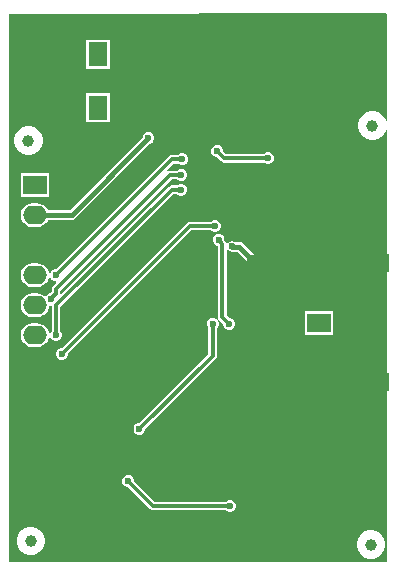
<source format=gbl>
G04*
G04 #@! TF.GenerationSoftware,Altium Limited,Altium Designer,21.6.4 (81)*
G04*
G04 Layer_Physical_Order=2*
G04 Layer_Color=16711680*
%FSLAX25Y25*%
%MOIN*%
G70*
G04*
G04 #@! TF.SameCoordinates,35DD912C-F110-465F-AF13-46C66D0AF481*
G04*
G04*
G04 #@! TF.FilePolarity,Positive*
G04*
G01*
G75*
%ADD10C,0.01181*%
%ADD36C,0.01575*%
G04:AMPARAMS|DCode=37|XSize=78.74mil|YSize=47.24mil|CornerRadius=11.81mil|HoleSize=0mil|Usage=FLASHONLY|Rotation=0.000|XOffset=0mil|YOffset=0mil|HoleType=Round|Shape=RoundedRectangle|*
%AMROUNDEDRECTD37*
21,1,0.07874,0.02362,0,0,0.0*
21,1,0.05512,0.04724,0,0,0.0*
1,1,0.02362,0.02756,-0.01181*
1,1,0.02362,-0.02756,-0.01181*
1,1,0.02362,-0.02756,0.01181*
1,1,0.02362,0.02756,0.01181*
%
%ADD37ROUNDEDRECTD37*%
%ADD38R,0.06299X0.07874*%
%ADD39R,0.07874X0.06299*%
%ADD40O,0.07874X0.06299*%
%ADD41C,0.03937*%
%ADD42C,0.02362*%
G36*
X127165Y183898D02*
Y148204D01*
X126665Y148138D01*
X126548Y148575D01*
X125926Y149653D01*
X125047Y150532D01*
X123969Y151154D01*
X122768Y151476D01*
X121524D01*
X120322Y151154D01*
X119245Y150532D01*
X118365Y149653D01*
X117743Y148575D01*
X117421Y147374D01*
Y146130D01*
X117743Y144928D01*
X118365Y143851D01*
X119245Y142972D01*
X120322Y142350D01*
X121524Y142028D01*
X122768D01*
X123969Y142350D01*
X125047Y142972D01*
X125926Y143851D01*
X126548Y144928D01*
X126665Y145366D01*
X127165Y145300D01*
Y1181D01*
X1181D01*
Y183858D01*
X126811Y184251D01*
X127165Y183898D01*
D02*
G37*
%LPC*%
G36*
X34646Y175197D02*
X26772D01*
Y165748D01*
X34646D01*
Y175197D01*
D02*
G37*
G36*
Y157480D02*
X26772D01*
Y148031D01*
X34646D01*
Y157480D01*
D02*
G37*
G36*
X8102Y146457D02*
X6858D01*
X5657Y146135D01*
X4579Y145513D01*
X3700Y144633D01*
X3078Y143556D01*
X2756Y142354D01*
Y141110D01*
X3078Y139909D01*
X3700Y138831D01*
X4579Y137952D01*
X5657Y137330D01*
X6858Y137008D01*
X8102D01*
X9304Y137330D01*
X10381Y137952D01*
X11261Y138831D01*
X11883Y139909D01*
X12205Y141110D01*
Y142354D01*
X11883Y143556D01*
X11261Y144633D01*
X10381Y145513D01*
X9304Y146135D01*
X8102Y146457D01*
D02*
G37*
G36*
X70864Y140157D02*
X70081D01*
X69357Y139858D01*
X68804Y139304D01*
X68504Y138581D01*
Y137797D01*
X68804Y137074D01*
X69357Y136520D01*
X70081Y136221D01*
X70454D01*
X71841Y134833D01*
X72297Y134529D01*
X72835Y134422D01*
X86023D01*
X86286Y134158D01*
X87010Y133858D01*
X87793D01*
X88517Y134158D01*
X89070Y134712D01*
X89370Y135435D01*
Y136218D01*
X89070Y136942D01*
X88517Y137496D01*
X87793Y137795D01*
X87010D01*
X86286Y137496D01*
X86023Y137232D01*
X73417D01*
X72441Y138207D01*
Y138581D01*
X72141Y139304D01*
X71588Y139858D01*
X70864Y140157D01*
D02*
G37*
G36*
X59151Y137441D02*
X58368D01*
X57645Y137141D01*
X57381Y136877D01*
X55256D01*
X54718Y136770D01*
X54263Y136466D01*
X16615Y98819D01*
X16242D01*
X15519Y98519D01*
X14965Y97966D01*
X14817Y97607D01*
X14303Y97675D01*
X14269Y97937D01*
X13872Y98895D01*
X13241Y99717D01*
X12419Y100348D01*
X11461Y100745D01*
X10433Y100880D01*
X8858D01*
X7830Y100745D01*
X6873Y100348D01*
X6050Y99717D01*
X5419Y98895D01*
X5023Y97937D01*
X4887Y96909D01*
X5023Y95882D01*
X5419Y94924D01*
X6050Y94102D01*
X6873Y93471D01*
X7830Y93074D01*
X8858Y92939D01*
X10433D01*
X11461Y93074D01*
X12419Y93471D01*
X13241Y94102D01*
X13872Y94924D01*
X14269Y95882D01*
X14291Y96055D01*
X14805Y96122D01*
X14965Y95735D01*
X15519Y95182D01*
X16242Y94882D01*
X16597D01*
X16804Y94382D01*
X15636Y93213D01*
X15331Y92758D01*
X15225Y92220D01*
Y91327D01*
X14683Y90786D01*
X14630D01*
X13906Y90486D01*
X13513Y90093D01*
X13352Y89933D01*
X12847Y90020D01*
X12419Y90348D01*
X11461Y90745D01*
X10433Y90880D01*
X8858D01*
X7830Y90745D01*
X6873Y90348D01*
X6050Y89717D01*
X5419Y88895D01*
X5023Y87937D01*
X4887Y86910D01*
X5023Y85882D01*
X5419Y84924D01*
X6050Y84101D01*
X6873Y83470D01*
X7830Y83074D01*
X8858Y82938D01*
X10433D01*
X11461Y83074D01*
X12419Y83470D01*
X13241Y84101D01*
X13872Y84924D01*
X14269Y85882D01*
X14341Y86427D01*
X14630Y86849D01*
X14827Y86849D01*
X15327Y86755D01*
Y78347D01*
X15064Y78084D01*
X14829Y77516D01*
X14315Y77584D01*
X14269Y77937D01*
X13872Y78895D01*
X13241Y79717D01*
X12419Y80348D01*
X11461Y80745D01*
X10433Y80880D01*
X8858D01*
X7830Y80745D01*
X6873Y80348D01*
X6050Y79717D01*
X5419Y78895D01*
X5023Y77937D01*
X4887Y76910D01*
X5023Y75882D01*
X5419Y74924D01*
X6050Y74102D01*
X6873Y73470D01*
X7830Y73074D01*
X8858Y72939D01*
X10433D01*
X11461Y73074D01*
X12419Y73470D01*
X13241Y74102D01*
X13872Y74924D01*
X14269Y75882D01*
X14327Y76325D01*
X14840Y76392D01*
X15064Y75853D01*
X15617Y75300D01*
X16341Y75000D01*
X17124D01*
X17847Y75300D01*
X18401Y75853D01*
X18701Y76577D01*
Y77360D01*
X18401Y78084D01*
X18137Y78347D01*
Y86327D01*
X55799Y123989D01*
X56987D01*
X57251Y123725D01*
X57975Y123425D01*
X58758D01*
X59481Y123725D01*
X60035Y124279D01*
X60335Y125002D01*
Y125785D01*
X60035Y126509D01*
X59481Y127062D01*
X58758Y127362D01*
X57975D01*
X57251Y127062D01*
X56987Y126799D01*
X55216D01*
X54679Y126692D01*
X54223Y126387D01*
X18518Y90682D01*
X18452Y90691D01*
X18034Y90906D01*
Y91638D01*
X55306Y128910D01*
X57086D01*
X57349Y128646D01*
X58073Y128347D01*
X58856D01*
X59580Y128646D01*
X60133Y129200D01*
X60433Y129923D01*
Y130707D01*
X60133Y131430D01*
X59580Y131984D01*
X58856Y132283D01*
X58073D01*
X57349Y131984D01*
X57086Y131720D01*
X54724D01*
X54187Y131613D01*
X53896Y131419D01*
X53578Y131807D01*
X55838Y134067D01*
X57381D01*
X57645Y133804D01*
X58368Y133504D01*
X59151D01*
X59875Y133804D01*
X60429Y134357D01*
X60728Y135081D01*
Y135864D01*
X60429Y136588D01*
X59875Y137141D01*
X59151Y137441D01*
D02*
G37*
G36*
X14370Y130847D02*
X4921D01*
Y122973D01*
X14370D01*
Y130847D01*
D02*
G37*
G36*
X47905Y144478D02*
X47122D01*
X46398Y144178D01*
X45845Y143625D01*
X45545Y142901D01*
Y142812D01*
X21248Y118515D01*
X14029D01*
X13872Y118895D01*
X13241Y119717D01*
X12419Y120348D01*
X11461Y120745D01*
X10433Y120880D01*
X8858D01*
X7830Y120745D01*
X6873Y120348D01*
X6050Y119717D01*
X5419Y118895D01*
X5023Y117937D01*
X4887Y116909D01*
X5023Y115882D01*
X5419Y114924D01*
X6050Y114102D01*
X6873Y113470D01*
X7830Y113074D01*
X8858Y112938D01*
X10433D01*
X11461Y113074D01*
X12419Y113470D01*
X13241Y114102D01*
X13872Y114924D01*
X14029Y115304D01*
X21913D01*
X21913Y115304D01*
X22528Y115426D01*
X23049Y115774D01*
X47816Y140541D01*
X47905D01*
X48629Y140841D01*
X49182Y141395D01*
X49482Y142118D01*
Y142901D01*
X49182Y143625D01*
X48629Y144178D01*
X47905Y144478D01*
D02*
G37*
G36*
X70077Y115157D02*
X69293D01*
X68570Y114858D01*
X68306Y114594D01*
X61221D01*
X60683Y114487D01*
X60227Y114182D01*
X18584Y72539D01*
X18211D01*
X17487Y72240D01*
X16933Y71686D01*
X16634Y70962D01*
Y70179D01*
X16933Y69456D01*
X17487Y68902D01*
X18211Y68602D01*
X18994D01*
X19717Y68902D01*
X20271Y69456D01*
X20571Y70179D01*
Y70552D01*
X61802Y111784D01*
X68306D01*
X68570Y111520D01*
X69293Y111221D01*
X70077D01*
X70800Y111520D01*
X71354Y112074D01*
X71653Y112797D01*
Y113581D01*
X71354Y114304D01*
X70800Y114858D01*
X70077Y115157D01*
D02*
G37*
G36*
X71258Y110630D02*
X70475D01*
X69751Y110330D01*
X69197Y109776D01*
X68898Y109053D01*
Y108270D01*
X69197Y107546D01*
X69751Y106993D01*
X70475Y106693D01*
X70741D01*
Y82972D01*
X70848Y82435D01*
X71152Y81979D01*
X72441Y80690D01*
Y80317D01*
X72741Y79594D01*
X73294Y79040D01*
X74018Y78740D01*
X74801D01*
X75524Y79040D01*
X76078Y79594D01*
X76378Y80317D01*
Y81100D01*
X76078Y81824D01*
X75524Y82377D01*
X74801Y82677D01*
X74428D01*
X73551Y83554D01*
Y105373D01*
X74051Y105524D01*
X74160Y105361D01*
X74311Y105210D01*
X74311Y105210D01*
X74831Y104862D01*
X75446Y104740D01*
X75446Y104740D01*
X77143D01*
X82329Y99554D01*
X82329Y99554D01*
X82850Y99205D01*
X83465Y99083D01*
X83465Y99083D01*
X84252D01*
X84866Y99206D01*
X85387Y99554D01*
X85735Y100075D01*
X85858Y100689D01*
X85735Y101303D01*
X85387Y101824D01*
X84866Y102172D01*
X84252Y102295D01*
X84130D01*
X78944Y107481D01*
X78423Y107829D01*
X77808Y107951D01*
X77808Y107951D01*
X75952D01*
X75910Y107980D01*
X75295Y108102D01*
X74681Y107980D01*
X74160Y107631D01*
X74035Y107444D01*
X73514Y107564D01*
X73444Y107917D01*
X73139Y108372D01*
X72835Y108677D01*
Y109053D01*
X72535Y109776D01*
X71981Y110330D01*
X71258Y110630D01*
D02*
G37*
G36*
X109055Y84941D02*
X99606D01*
Y77067D01*
X109055D01*
Y84941D01*
D02*
G37*
G36*
X69289Y82677D02*
X68506D01*
X67783Y82377D01*
X67229Y81824D01*
X66929Y81100D01*
Y80317D01*
X67229Y79594D01*
X67493Y79330D01*
Y70661D01*
X44470Y47638D01*
X44097D01*
X43373Y47338D01*
X42819Y46784D01*
X42520Y46061D01*
Y45278D01*
X42819Y44554D01*
X43373Y44001D01*
X44097Y43701D01*
X44880D01*
X45603Y44001D01*
X46157Y44554D01*
X46457Y45278D01*
Y45651D01*
X69891Y69085D01*
X70196Y69541D01*
X70303Y70079D01*
Y79330D01*
X70566Y79594D01*
X70866Y80317D01*
Y81100D01*
X70566Y81824D01*
X70013Y82377D01*
X69289Y82677D01*
D02*
G37*
G36*
X41186Y30182D02*
X40402D01*
X39679Y29883D01*
X39125Y29329D01*
X38826Y28605D01*
Y27822D01*
X39125Y27099D01*
X39679Y26545D01*
X40402Y26245D01*
X40776D01*
X48133Y18888D01*
X48588Y18584D01*
X49126Y18477D01*
X73326D01*
X73590Y18213D01*
X74313Y17913D01*
X75096D01*
X75820Y18213D01*
X76373Y18767D01*
X76673Y19490D01*
Y20273D01*
X76373Y20997D01*
X75820Y21551D01*
X75096Y21850D01*
X74313D01*
X73590Y21551D01*
X73326Y21287D01*
X49708D01*
X42763Y28232D01*
Y28605D01*
X42463Y29329D01*
X41909Y29883D01*
X41186Y30182D01*
D02*
G37*
G36*
X8890Y12992D02*
X7646D01*
X6444Y12670D01*
X5367Y12048D01*
X4487Y11169D01*
X3865Y10091D01*
X3543Y8890D01*
Y7646D01*
X3865Y6444D01*
X4487Y5367D01*
X5367Y4487D01*
X6444Y3865D01*
X7646Y3543D01*
X8890D01*
X10091Y3865D01*
X11169Y4487D01*
X12048Y5367D01*
X12670Y6444D01*
X12992Y7646D01*
Y8890D01*
X12670Y10091D01*
X12048Y11169D01*
X11169Y12048D01*
X10091Y12670D01*
X8890Y12992D01*
D02*
G37*
G36*
X122275Y11811D02*
X121032D01*
X119830Y11489D01*
X118753Y10867D01*
X117873Y9988D01*
X117251Y8910D01*
X116929Y7709D01*
Y6465D01*
X117251Y5263D01*
X117873Y4186D01*
X118753Y3306D01*
X119830Y2684D01*
X121032Y2362D01*
X122275D01*
X123477Y2684D01*
X124554Y3306D01*
X125434Y4186D01*
X126056Y5263D01*
X126378Y6465D01*
Y7709D01*
X126056Y8910D01*
X125434Y9988D01*
X124554Y10867D01*
X123477Y11489D01*
X122275Y11811D01*
D02*
G37*
%LPD*%
D10*
X72146Y82972D02*
Y107379D01*
Y82972D02*
X74410Y80709D01*
X70866Y108659D02*
Y108661D01*
Y108659D02*
X72146Y107379D01*
X18602Y70571D02*
X61221Y113189D01*
X69685D01*
X55256Y135473D02*
X58760D01*
X16630Y90745D02*
Y92220D01*
X15021Y88817D02*
Y89137D01*
X16732Y76968D02*
Y86910D01*
X55216Y125394D01*
X58366D01*
X15021Y89137D02*
X16630Y90745D01*
Y92220D02*
X54724Y130315D01*
X58465D01*
X16634Y96850D02*
X55256Y135473D01*
X40794Y28214D02*
X49126Y19882D01*
X74705D01*
X68898Y70079D02*
Y80709D01*
X70472Y138189D02*
X72835Y135827D01*
X87402D01*
X44488Y45669D02*
X68898Y70079D01*
D36*
X77808Y106345D02*
X83465Y100689D01*
X75295Y106496D02*
X75446Y106345D01*
X83465Y100689D02*
X84252D01*
X75446Y106345D02*
X77808D01*
X21913Y116909D02*
X47513Y142510D01*
X9646Y116909D02*
X21913D01*
D37*
X12205Y31102D02*
D03*
Y57087D02*
D03*
D38*
X30709Y170472D02*
D03*
X40551Y175394D02*
D03*
X30709Y152756D02*
D03*
X40551Y147835D02*
D03*
D39*
X9646Y126909D02*
D03*
X104331Y81004D02*
D03*
X84252Y100689D02*
D03*
X123622Y100787D02*
D03*
Y61319D02*
D03*
X84252D02*
D03*
D40*
X9646Y116909D02*
D03*
Y106909D02*
D03*
Y96909D02*
D03*
Y86910D02*
D03*
Y76910D02*
D03*
D41*
X121653Y7087D02*
D03*
X8268Y8268D02*
D03*
X122146Y146752D02*
D03*
X7480Y141732D02*
D03*
D42*
X75295Y106496D02*
D03*
X69685Y113189D02*
D03*
X58760Y135473D02*
D03*
X47513Y142510D02*
D03*
X15021Y88817D02*
D03*
X58366Y125394D02*
D03*
X16732Y76968D02*
D03*
X58465Y130315D02*
D03*
X16634Y96850D02*
D03*
X18602Y70571D02*
D03*
X74705Y19882D02*
D03*
X70866Y108661D02*
D03*
X74410Y80709D02*
D03*
X68898D02*
D03*
X70472Y138189D02*
D03*
X87402Y135827D02*
D03*
X44488Y45669D02*
D03*
X40794Y28214D02*
D03*
M02*

</source>
